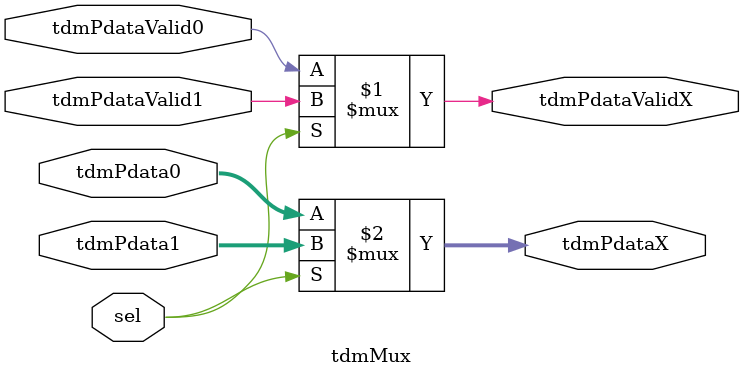
<source format=v>
module tdmMux (
    input  wire         sel,
    input  wire         tdmPdataValid0,
    input  wire [255:0] tdmPdata0,
    input  wire         tdmPdataValid1,
    input  wire [255:0] tdmPdata1,
    output wire         tdmPdataValidX,
    output wire [255:0] tdmPdataX
);

assign tdmPdataValidX = (sel) ? tdmPdataValid1 : tdmPdataValid0;
assign tdmPdataX      = (sel) ? tdmPdata1      : tdmPdata0;

endmodule


</source>
